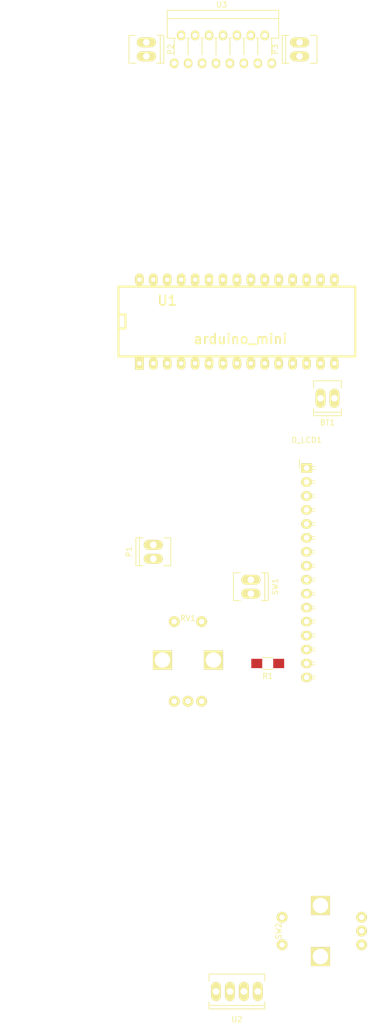
<source format=kicad_pcb>
(kicad_pcb (version 4) (host pcbnew 4.0.2-stable)

  (general
    (links 46)
    (no_connects 46)
    (area 158.370001 -27.033 226.060001 159.725)
    (thickness 1.6)
    (drawings 3)
    (tracks 0)
    (zones 0)
    (modules 12)
    (nets 40)
  )

  (page A4)
  (layers
    (0 F.Cu signal)
    (31 B.Cu signal)
    (32 B.Adhes user)
    (33 F.Adhes user)
    (34 B.Paste user)
    (35 F.Paste user)
    (36 B.SilkS user)
    (37 F.SilkS user)
    (38 B.Mask user)
    (39 F.Mask user)
    (40 Dwgs.User user)
    (41 Cmts.User user)
    (42 Eco1.User user)
    (43 Eco2.User user)
    (44 Edge.Cuts user)
    (45 Margin user)
    (46 B.CrtYd user)
    (47 F.CrtYd user)
    (48 B.Fab user)
    (49 F.Fab user)
  )

  (setup
    (last_trace_width 0.25)
    (trace_clearance 0.2)
    (zone_clearance 0.508)
    (zone_45_only no)
    (trace_min 0.2)
    (segment_width 0.2)
    (edge_width 0.15)
    (via_size 0.6)
    (via_drill 0.4)
    (via_min_size 0.4)
    (via_min_drill 0.3)
    (uvia_size 0.3)
    (uvia_drill 0.1)
    (uvias_allowed no)
    (uvia_min_size 0.2)
    (uvia_min_drill 0.1)
    (pcb_text_width 0.3)
    (pcb_text_size 1.5 1.5)
    (mod_edge_width 0.15)
    (mod_text_size 1 1)
    (mod_text_width 0.15)
    (pad_size 1.524 1.524)
    (pad_drill 0.762)
    (pad_to_mask_clearance 0.2)
    (aux_axis_origin 0 0)
    (visible_elements FFFFEF7F)
    (pcbplotparams
      (layerselection 0x00030_80000001)
      (usegerberextensions false)
      (excludeedgelayer true)
      (linewidth 0.100000)
      (plotframeref false)
      (viasonmask false)
      (mode 1)
      (useauxorigin false)
      (hpglpennumber 1)
      (hpglpenspeed 20)
      (hpglpendiameter 15)
      (hpglpenoverlay 2)
      (psnegative false)
      (psa4output false)
      (plotreference true)
      (plotvalue true)
      (plotinvisibletext false)
      (padsonsilk false)
      (subtractmaskfromsilk false)
      (outputformat 1)
      (mirror false)
      (drillshape 1)
      (scaleselection 1)
      (outputdirectory ""))
  )

  (net 0 "")
  (net 1 +BATT)
  (net 2 GND)
  (net 3 +5V)
  (net 4 "Net-(D_LCD1-Pad3)")
  (net 5 lcd_rs)
  (net 6 lcd_enable)
  (net 7 "Net-(D_LCD1-Pad7)")
  (net 8 "Net-(D_LCD1-Pad8)")
  (net 9 "Net-(D_LCD1-Pad9)")
  (net 10 "Net-(D_LCD1-Pad10)")
  (net 11 lcd_4)
  (net 12 lcd_5)
  (net 13 lcd_6)
  (net 14 lcd_7)
  (net 15 "Net-(D_LCD1-Pad15)")
  (net 16 piezo1)
  (net 17 piezo2)
  (net 18 "Net-(P2-Pad1)")
  (net 19 "Net-(P2-Pad2)")
  (net 20 "Net-(P3-Pad1)")
  (net 21 "Net-(P3-Pad2)")
  (net 22 lcd_led)
  (net 23 "Net-(SW1-Pad2)")
  (net 24 rot_sw)
  (net 25 rot_a)
  (net 26 rot_b)
  (net 27 ultra_trig)
  (net 28 "Net-(U1-Pad2)")
  (net 29 "Net-(U1-Pad3)")
  (net 30 "Net-(U1-Pad13)")
  (net 31 "Net-(U1-Pad16)")
  (net 32 "Net-(U1-Pad18)")
  (net 33 in4)
  (net 34 in3)
  (net 35 in2)
  (net 36 in1)
  (net 37 enb)
  (net 38 ena)
  (net 39 ultra_echo)

  (net_class Default "This is the default net class."
    (clearance 0.2)
    (trace_width 0.25)
    (via_dia 0.6)
    (via_drill 0.4)
    (uvia_dia 0.3)
    (uvia_drill 0.1)
    (add_net +5V)
    (add_net +BATT)
    (add_net GND)
    (add_net "Net-(D_LCD1-Pad10)")
    (add_net "Net-(D_LCD1-Pad15)")
    (add_net "Net-(D_LCD1-Pad3)")
    (add_net "Net-(D_LCD1-Pad7)")
    (add_net "Net-(D_LCD1-Pad8)")
    (add_net "Net-(D_LCD1-Pad9)")
    (add_net "Net-(P2-Pad1)")
    (add_net "Net-(P2-Pad2)")
    (add_net "Net-(P3-Pad1)")
    (add_net "Net-(P3-Pad2)")
    (add_net "Net-(SW1-Pad2)")
    (add_net "Net-(U1-Pad13)")
    (add_net "Net-(U1-Pad16)")
    (add_net "Net-(U1-Pad18)")
    (add_net "Net-(U1-Pad2)")
    (add_net "Net-(U1-Pad3)")
    (add_net ena)
    (add_net enb)
    (add_net in1)
    (add_net in2)
    (add_net in3)
    (add_net in4)
    (add_net lcd_4)
    (add_net lcd_5)
    (add_net lcd_6)
    (add_net lcd_7)
    (add_net lcd_enable)
    (add_net lcd_led)
    (add_net lcd_rs)
    (add_net piezo1)
    (add_net piezo2)
    (add_net rot_a)
    (add_net rot_b)
    (add_net rot_sw)
    (add_net ultra_echo)
    (add_net ultra_trig)
  )

  (module Pin_Headers:Pin_Header_Angled_1x16 (layer F.Cu) (tedit 0) (tstamp 57275986)
    (at 214.63 58.42)
    (descr "Through hole pin header")
    (tags "pin header")
    (path /57273D75)
    (fp_text reference D_LCD1 (at 0 -5.1) (layer F.SilkS)
      (effects (font (size 1 1) (thickness 0.15)))
    )
    (fp_text value DISPLAY_HD44780 (at 0 -3.1) (layer F.Fab)
      (effects (font (size 1 1) (thickness 0.15)))
    )
    (fp_line (start -1.5 -1.75) (end -1.5 39.85) (layer F.CrtYd) (width 0.05))
    (fp_line (start -1.3 -1.55) (end -1.3 0) (layer F.SilkS) (width 0.15))
    (fp_line (start 1.524 17.526) (end 1.143 17.526) (layer F.SilkS) (width 0.15))
    (fp_line (start 1.524 18.034) (end 1.143 18.034) (layer F.SilkS) (width 0.15))
    (fp_line (start 1.524 20.066) (end 1.143 20.066) (layer F.SilkS) (width 0.15))
    (fp_line (start 1.524 20.574) (end 1.143 20.574) (layer F.SilkS) (width 0.15))
    (fp_line (start 1.524 22.606) (end 1.143 22.606) (layer F.SilkS) (width 0.15))
    (fp_line (start 1.524 23.114) (end 1.143 23.114) (layer F.SilkS) (width 0.15))
    (fp_line (start 1.524 25.146) (end 1.143 25.146) (layer F.SilkS) (width 0.15))
    (fp_line (start 1.524 25.654) (end 1.143 25.654) (layer F.SilkS) (width 0.15))
    (fp_line (start 1.524 35.814) (end 1.143 35.814) (layer F.SilkS) (width 0.15))
    (fp_line (start 1.524 35.306) (end 1.143 35.306) (layer F.SilkS) (width 0.15))
    (fp_line (start 1.524 33.274) (end 1.143 33.274) (layer F.SilkS) (width 0.15))
    (fp_line (start 1.524 32.766) (end 1.143 32.766) (layer F.SilkS) (width 0.15))
    (fp_line (start 1.524 30.734) (end 1.143 30.734) (layer F.SilkS) (width 0.15))
    (fp_line (start 1.524 30.226) (end 1.143 30.226) (layer F.SilkS) (width 0.15))
    (fp_line (start 1.524 28.194) (end 1.143 28.194) (layer F.SilkS) (width 0.15))
    (fp_line (start 1.524 27.686) (end 1.143 27.686) (layer F.SilkS) (width 0.15))
    (fp_line (start 1.524 38.354) (end 1.143 38.354) (layer F.SilkS) (width 0.15))
    (fp_line (start 1.524 37.846) (end 1.143 37.846) (layer F.SilkS) (width 0.15))
    (fp_line (start 1.524 -0.254) (end 1.143 -0.254) (layer F.SilkS) (width 0.15))
    (fp_line (start 1.524 0.254) (end 1.143 0.254) (layer F.SilkS) (width 0.15))
    (fp_line (start 1.524 2.286) (end 1.143 2.286) (layer F.SilkS) (width 0.15))
    (fp_line (start 1.524 2.794) (end 1.143 2.794) (layer F.SilkS) (width 0.15))
    (fp_line (start 1.524 4.826) (end 1.143 4.826) (layer F.SilkS) (width 0.15))
    (fp_line (start 1.524 5.334) (end 1.143 5.334) (layer F.SilkS) (width 0.15))
    (fp_line (start 1.524 15.494) (end 1.143 15.494) (layer F.SilkS) (width 0.15))
    (fp_line (start 1.524 14.986) (end 1.143 14.986) (layer F.SilkS) (width 0.15))
    (fp_line (start 1.524 12.954) (end 1.143 12.954) (layer F.SilkS) (width 0.15))
    (fp_line (start 1.524 12.446) (end 1.143 12.446) (layer F.SilkS) (width 0.15))
    (fp_line (start 1.524 10.414) (end 1.143 10.414) (layer F.SilkS) (width 0.15))
    (fp_line (start 1.524 9.906) (end 1.143 9.906) (layer F.SilkS) (width 0.15))
    (fp_line (start 1.524 7.874) (end 1.143 7.874) (layer F.SilkS) (width 0.15))
    (fp_line (start 1.524 7.366) (end 1.143 7.366) (layer F.SilkS) (width 0.15))
    (pad 1 thru_hole rect (at 0 0) (size 2.032 1.7272) (drill 1.016) (layers *.Cu *.Mask F.SilkS)
      (net 2 GND))
    (pad 2 thru_hole oval (at 0 2.54) (size 2.032 1.7272) (drill 1.016) (layers *.Cu *.Mask F.SilkS)
      (net 3 +5V))
    (pad 3 thru_hole oval (at 0 5.08) (size 2.032 1.7272) (drill 1.016) (layers *.Cu *.Mask F.SilkS)
      (net 4 "Net-(D_LCD1-Pad3)"))
    (pad 4 thru_hole oval (at 0 7.62) (size 2.032 1.7272) (drill 1.016) (layers *.Cu *.Mask F.SilkS)
      (net 5 lcd_rs))
    (pad 5 thru_hole oval (at 0 10.16) (size 2.032 1.7272) (drill 1.016) (layers *.Cu *.Mask F.SilkS)
      (net 2 GND))
    (pad 6 thru_hole oval (at 0 12.7) (size 2.032 1.7272) (drill 1.016) (layers *.Cu *.Mask F.SilkS)
      (net 6 lcd_enable))
    (pad 7 thru_hole oval (at 0 15.24) (size 2.032 1.7272) (drill 1.016) (layers *.Cu *.Mask F.SilkS)
      (net 7 "Net-(D_LCD1-Pad7)"))
    (pad 8 thru_hole oval (at 0 17.78) (size 2.032 1.7272) (drill 1.016) (layers *.Cu *.Mask F.SilkS)
      (net 8 "Net-(D_LCD1-Pad8)"))
    (pad 9 thru_hole oval (at 0 20.32) (size 2.032 1.7272) (drill 1.016) (layers *.Cu *.Mask F.SilkS)
      (net 9 "Net-(D_LCD1-Pad9)"))
    (pad 10 thru_hole oval (at 0 22.86) (size 2.032 1.7272) (drill 1.016) (layers *.Cu *.Mask F.SilkS)
      (net 10 "Net-(D_LCD1-Pad10)"))
    (pad 11 thru_hole oval (at 0 25.4) (size 2.032 1.7272) (drill 1.016) (layers *.Cu *.Mask F.SilkS)
      (net 11 lcd_4))
    (pad 12 thru_hole oval (at 0 27.94) (size 2.032 1.7272) (drill 1.016) (layers *.Cu *.Mask F.SilkS)
      (net 12 lcd_5))
    (pad 13 thru_hole oval (at 0 30.48) (size 2.032 1.7272) (drill 1.016) (layers *.Cu *.Mask F.SilkS)
      (net 13 lcd_6))
    (pad 14 thru_hole oval (at 0 33.02) (size 2.032 1.7272) (drill 1.016) (layers *.Cu *.Mask F.SilkS)
      (net 14 lcd_7))
    (pad 15 thru_hole oval (at 0 35.56) (size 2.032 1.7272) (drill 1.016) (layers *.Cu *.Mask F.SilkS)
      (net 15 "Net-(D_LCD1-Pad15)"))
    (pad 16 thru_hole oval (at 0 38.1) (size 2.032 1.7272) (drill 1.016) (layers *.Cu *.Mask F.SilkS)
      (net 2 GND))
    (model Pin_Headers.3dshapes/Pin_Header_Angled_1x16.wrl
      (at (xyz 0 -0.75 0))
      (scale (xyz 1 1 1))
      (rotate (xyz 0 0 90))
    )
  )

  (module Sockets_MOLEX_KK-System:Socket_MOLEX-KK-RM2-54mm_Lock_2pin_straight (layer F.Cu) (tedit 0) (tstamp 57275972)
    (at 218.44 45.72 180)
    (descr "Socket, MOLEX, KK, RM 2.54mm, Lock, 2pin, straight,")
    (tags "Socket, MOLEX, KK, RM 2.54mm, Lock, 2pin, straight,")
    (path /57275D04)
    (fp_text reference BT1 (at 0 -4.445 180) (layer F.SilkS)
      (effects (font (size 1 1) (thickness 0.15)))
    )
    (fp_text value Battery (at -0.635 5.08 180) (layer F.Fab)
      (effects (font (size 1 1) (thickness 0.15)))
    )
    (fp_line (start -2.54 -2.54) (end 2.54 -2.54) (layer F.SilkS) (width 0.15))
    (fp_line (start 2.54 3.175) (end 2.54 1.905) (layer F.SilkS) (width 0.15))
    (fp_line (start 2.54 -2.54) (end 2.54 -1.905) (layer F.SilkS) (width 0.15))
    (fp_line (start -2.54 2.54) (end -2.54 1.905) (layer F.SilkS) (width 0.15))
    (fp_line (start -2.54 -2.54) (end -2.54 -1.905) (layer F.SilkS) (width 0.15))
    (fp_line (start -2.54 -2.54) (end -2.54 -3.175) (layer F.SilkS) (width 0.15))
    (fp_line (start -2.54 -3.175) (end 2.54 -3.175) (layer F.SilkS) (width 0.15))
    (fp_line (start 2.54 -3.175) (end 2.54 -2.54) (layer F.SilkS) (width 0.15))
    (fp_line (start 2.54 3.175) (end -2.54 3.175) (layer F.SilkS) (width 0.15))
    (fp_line (start -2.54 3.175) (end -2.54 2.54) (layer F.SilkS) (width 0.15))
    (pad 1 thru_hole oval (at -1.27 0 180) (size 1.80086 3.50012) (drill 1.19888) (layers *.Cu *.Mask F.SilkS)
      (net 1 +BATT))
    (pad 2 thru_hole oval (at 1.27 0 180) (size 1.80086 3.50012) (drill 1.19888) (layers *.Cu *.Mask F.SilkS)
      (net 2 GND))
  )

  (module Sockets_MOLEX_KK-System:Socket_MOLEX-KK-RM2-54mm_Lock_2pin_straight (layer F.Cu) (tedit 0) (tstamp 5727598C)
    (at 186.69 73.66 90)
    (descr "Socket, MOLEX, KK, RM 2.54mm, Lock, 2pin, straight,")
    (tags "Socket, MOLEX, KK, RM 2.54mm, Lock, 2pin, straight,")
    (path /57274960)
    (fp_text reference P1 (at 0 -4.445 90) (layer F.SilkS)
      (effects (font (size 1 1) (thickness 0.15)))
    )
    (fp_text value Piezo (at -0.635 5.08 90) (layer F.Fab)
      (effects (font (size 1 1) (thickness 0.15)))
    )
    (fp_line (start -2.54 -2.54) (end 2.54 -2.54) (layer F.SilkS) (width 0.15))
    (fp_line (start 2.54 3.175) (end 2.54 1.905) (layer F.SilkS) (width 0.15))
    (fp_line (start 2.54 -2.54) (end 2.54 -1.905) (layer F.SilkS) (width 0.15))
    (fp_line (start -2.54 2.54) (end -2.54 1.905) (layer F.SilkS) (width 0.15))
    (fp_line (start -2.54 -2.54) (end -2.54 -1.905) (layer F.SilkS) (width 0.15))
    (fp_line (start -2.54 -2.54) (end -2.54 -3.175) (layer F.SilkS) (width 0.15))
    (fp_line (start -2.54 -3.175) (end 2.54 -3.175) (layer F.SilkS) (width 0.15))
    (fp_line (start 2.54 -3.175) (end 2.54 -2.54) (layer F.SilkS) (width 0.15))
    (fp_line (start 2.54 3.175) (end -2.54 3.175) (layer F.SilkS) (width 0.15))
    (fp_line (start -2.54 3.175) (end -2.54 2.54) (layer F.SilkS) (width 0.15))
    (pad 1 thru_hole oval (at -1.27 0 90) (size 1.80086 3.50012) (drill 1.19888) (layers *.Cu *.Mask F.SilkS)
      (net 16 piezo1))
    (pad 2 thru_hole oval (at 1.27 0 90) (size 1.80086 3.50012) (drill 1.19888) (layers *.Cu *.Mask F.SilkS)
      (net 17 piezo2))
  )

  (module Sockets_MOLEX_KK-System:Socket_MOLEX-KK-RM2-54mm_Lock_2pin_straight (layer F.Cu) (tedit 0) (tstamp 57275992)
    (at 185.42 -17.78 270)
    (descr "Socket, MOLEX, KK, RM 2.54mm, Lock, 2pin, straight,")
    (tags "Socket, MOLEX, KK, RM 2.54mm, Lock, 2pin, straight,")
    (path /5727544E)
    (fp_text reference P2 (at 0 -4.445 270) (layer F.SilkS)
      (effects (font (size 1 1) (thickness 0.15)))
    )
    (fp_text value Motor1 (at -0.635 5.08 270) (layer F.Fab)
      (effects (font (size 1 1) (thickness 0.15)))
    )
    (fp_line (start -2.54 -2.54) (end 2.54 -2.54) (layer F.SilkS) (width 0.15))
    (fp_line (start 2.54 3.175) (end 2.54 1.905) (layer F.SilkS) (width 0.15))
    (fp_line (start 2.54 -2.54) (end 2.54 -1.905) (layer F.SilkS) (width 0.15))
    (fp_line (start -2.54 2.54) (end -2.54 1.905) (layer F.SilkS) (width 0.15))
    (fp_line (start -2.54 -2.54) (end -2.54 -1.905) (layer F.SilkS) (width 0.15))
    (fp_line (start -2.54 -2.54) (end -2.54 -3.175) (layer F.SilkS) (width 0.15))
    (fp_line (start -2.54 -3.175) (end 2.54 -3.175) (layer F.SilkS) (width 0.15))
    (fp_line (start 2.54 -3.175) (end 2.54 -2.54) (layer F.SilkS) (width 0.15))
    (fp_line (start 2.54 3.175) (end -2.54 3.175) (layer F.SilkS) (width 0.15))
    (fp_line (start -2.54 3.175) (end -2.54 2.54) (layer F.SilkS) (width 0.15))
    (pad 1 thru_hole oval (at -1.27 0 270) (size 1.80086 3.50012) (drill 1.19888) (layers *.Cu *.Mask F.SilkS)
      (net 18 "Net-(P2-Pad1)"))
    (pad 2 thru_hole oval (at 1.27 0 270) (size 1.80086 3.50012) (drill 1.19888) (layers *.Cu *.Mask F.SilkS)
      (net 19 "Net-(P2-Pad2)"))
  )

  (module Sockets_MOLEX_KK-System:Socket_MOLEX-KK-RM2-54mm_Lock_2pin_straight (layer F.Cu) (tedit 0) (tstamp 57275998)
    (at 213.36 -17.78 90)
    (descr "Socket, MOLEX, KK, RM 2.54mm, Lock, 2pin, straight,")
    (tags "Socket, MOLEX, KK, RM 2.54mm, Lock, 2pin, straight,")
    (path /572754AD)
    (fp_text reference P3 (at 0 -4.445 90) (layer F.SilkS)
      (effects (font (size 1 1) (thickness 0.15)))
    )
    (fp_text value Motor2 (at -0.635 5.08 90) (layer F.Fab)
      (effects (font (size 1 1) (thickness 0.15)))
    )
    (fp_line (start -2.54 -2.54) (end 2.54 -2.54) (layer F.SilkS) (width 0.15))
    (fp_line (start 2.54 3.175) (end 2.54 1.905) (layer F.SilkS) (width 0.15))
    (fp_line (start 2.54 -2.54) (end 2.54 -1.905) (layer F.SilkS) (width 0.15))
    (fp_line (start -2.54 2.54) (end -2.54 1.905) (layer F.SilkS) (width 0.15))
    (fp_line (start -2.54 -2.54) (end -2.54 -1.905) (layer F.SilkS) (width 0.15))
    (fp_line (start -2.54 -2.54) (end -2.54 -3.175) (layer F.SilkS) (width 0.15))
    (fp_line (start -2.54 -3.175) (end 2.54 -3.175) (layer F.SilkS) (width 0.15))
    (fp_line (start 2.54 -3.175) (end 2.54 -2.54) (layer F.SilkS) (width 0.15))
    (fp_line (start 2.54 3.175) (end -2.54 3.175) (layer F.SilkS) (width 0.15))
    (fp_line (start -2.54 3.175) (end -2.54 2.54) (layer F.SilkS) (width 0.15))
    (pad 1 thru_hole oval (at -1.27 0 90) (size 1.80086 3.50012) (drill 1.19888) (layers *.Cu *.Mask F.SilkS)
      (net 20 "Net-(P3-Pad1)"))
    (pad 2 thru_hole oval (at 1.27 0 90) (size 1.80086 3.50012) (drill 1.19888) (layers *.Cu *.Mask F.SilkS)
      (net 21 "Net-(P3-Pad2)"))
  )

  (module Resistors_SMD:R_1206_HandSoldering (layer F.Cu) (tedit 5418A20D) (tstamp 5727599E)
    (at 207.55 93.98 180)
    (descr "Resistor SMD 1206, hand soldering")
    (tags "resistor 1206")
    (path /572740AC)
    (attr smd)
    (fp_text reference R1 (at 0 -2.3 180) (layer F.SilkS)
      (effects (font (size 1 1) (thickness 0.15)))
    )
    (fp_text value R (at 0 2.3 180) (layer F.Fab)
      (effects (font (size 1 1) (thickness 0.15)))
    )
    (fp_line (start -3.3 -1.2) (end 3.3 -1.2) (layer F.CrtYd) (width 0.05))
    (fp_line (start -3.3 1.2) (end 3.3 1.2) (layer F.CrtYd) (width 0.05))
    (fp_line (start -3.3 -1.2) (end -3.3 1.2) (layer F.CrtYd) (width 0.05))
    (fp_line (start 3.3 -1.2) (end 3.3 1.2) (layer F.CrtYd) (width 0.05))
    (fp_line (start 1 1.075) (end -1 1.075) (layer F.SilkS) (width 0.15))
    (fp_line (start -1 -1.075) (end 1 -1.075) (layer F.SilkS) (width 0.15))
    (pad 1 smd rect (at -2 0 180) (size 2 1.7) (layers F.Cu F.Paste F.Mask)
      (net 15 "Net-(D_LCD1-Pad15)"))
    (pad 2 smd rect (at 2 0 180) (size 2 1.7) (layers F.Cu F.Paste F.Mask)
      (net 22 lcd_led))
    (model Resistors_SMD.3dshapes/R_1206_HandSoldering.wrl
      (at (xyz 0 0 0))
      (scale (xyz 1 1 1))
      (rotate (xyz 0 0 0))
    )
  )

  (module rotary_encoder_en11_hsb:rotary_encoder_EN11_HSB (layer F.Cu) (tedit 572757D9) (tstamp 572759A9)
    (at 193 93.36)
    (path /57274367)
    (fp_text reference RV1 (at 0 -7.62) (layer F.SilkS)
      (effects (font (size 1 1) (thickness 0.15)))
    )
    (fp_text value POT (at 0 -8.89) (layer F.Fab)
      (effects (font (size 1 1) (thickness 0.15)))
    )
    (pad 1 thru_hole circle (at -2.5 -7) (size 2 2) (drill 1) (layers *.Cu *.Mask F.SilkS)
      (net 3 +5V))
    (pad 2 thru_hole circle (at -2.5 7.5) (size 2 2) (drill 1) (layers *.Cu *.Mask F.SilkS)
      (net 4 "Net-(D_LCD1-Pad3)"))
    (pad 3 thru_hole circle (at 0 7.5) (size 2 2) (drill 1) (layers *.Cu *.Mask F.SilkS)
      (net 2 GND))
    (pad 4 thru_hole circle (at 2.5 7.5) (size 2 2) (drill 1) (layers *.Cu *.Mask F.SilkS))
    (pad 5 thru_hole circle (at 2.5 -7) (size 2 2) (drill 1) (layers *.Cu *.Mask F.SilkS))
    (pad "" thru_hole rect (at -4.65 0) (size 3.5 3.5) (drill 2.8) (layers *.Cu *.Mask F.SilkS))
    (pad "" thru_hole rect (at 4.65 0) (size 3.5 3.5) (drill 2.8) (layers *.Cu *.Mask F.SilkS))
  )

  (module Sockets_MOLEX_KK-System:Socket_MOLEX-KK-RM2-54mm_Lock_2pin_straight (layer F.Cu) (tedit 0) (tstamp 572759AF)
    (at 204.47 80.01 270)
    (descr "Socket, MOLEX, KK, RM 2.54mm, Lock, 2pin, straight,")
    (tags "Socket, MOLEX, KK, RM 2.54mm, Lock, 2pin, straight,")
    (path /572751DD)
    (fp_text reference SW1 (at 0 -4.445 270) (layer F.SilkS)
      (effects (font (size 1 1) (thickness 0.15)))
    )
    (fp_text value SW_PUSH (at -0.635 5.08 270) (layer F.Fab)
      (effects (font (size 1 1) (thickness 0.15)))
    )
    (fp_line (start -2.54 -2.54) (end 2.54 -2.54) (layer F.SilkS) (width 0.15))
    (fp_line (start 2.54 3.175) (end 2.54 1.905) (layer F.SilkS) (width 0.15))
    (fp_line (start 2.54 -2.54) (end 2.54 -1.905) (layer F.SilkS) (width 0.15))
    (fp_line (start -2.54 2.54) (end -2.54 1.905) (layer F.SilkS) (width 0.15))
    (fp_line (start -2.54 -2.54) (end -2.54 -1.905) (layer F.SilkS) (width 0.15))
    (fp_line (start -2.54 -2.54) (end -2.54 -3.175) (layer F.SilkS) (width 0.15))
    (fp_line (start -2.54 -3.175) (end 2.54 -3.175) (layer F.SilkS) (width 0.15))
    (fp_line (start 2.54 -3.175) (end 2.54 -2.54) (layer F.SilkS) (width 0.15))
    (fp_line (start 2.54 3.175) (end -2.54 3.175) (layer F.SilkS) (width 0.15))
    (fp_line (start -2.54 3.175) (end -2.54 2.54) (layer F.SilkS) (width 0.15))
    (pad 1 thru_hole oval (at -1.27 0 270) (size 1.80086 3.50012) (drill 1.19888) (layers *.Cu *.Mask F.SilkS)
      (net 2 GND))
    (pad 2 thru_hole oval (at 1.27 0 270) (size 1.80086 3.50012) (drill 1.19888) (layers *.Cu *.Mask F.SilkS)
      (net 23 "Net-(SW1-Pad2)"))
  )

  (module rotary_encoder_en11_hsb:rotary_encoder_EN11_HSB (layer F.Cu) (tedit 572757D9) (tstamp 572759BA)
    (at 217.17 142.67 90)
    (path /5718BF7F)
    (fp_text reference SW2 (at 0 -7.62 90) (layer F.SilkS)
      (effects (font (size 1 1) (thickness 0.15)))
    )
    (fp_text value rotary_enc (at 0 -8.89 90) (layer F.Fab)
      (effects (font (size 1 1) (thickness 0.15)))
    )
    (pad 1 thru_hole circle (at -2.5 -7 90) (size 2 2) (drill 1) (layers *.Cu *.Mask F.SilkS)
      (net 24 rot_sw))
    (pad 2 thru_hole circle (at -2.5 7.5 90) (size 2 2) (drill 1) (layers *.Cu *.Mask F.SilkS)
      (net 25 rot_a))
    (pad 3 thru_hole circle (at 0 7.5 90) (size 2 2) (drill 1) (layers *.Cu *.Mask F.SilkS)
      (net 2 GND))
    (pad 4 thru_hole circle (at 2.5 7.5 90) (size 2 2) (drill 1) (layers *.Cu *.Mask F.SilkS)
      (net 26 rot_b))
    (pad 5 thru_hole circle (at 2.5 -7 90) (size 2 2) (drill 1) (layers *.Cu *.Mask F.SilkS)
      (net 2 GND))
    (pad "" thru_hole rect (at -4.65 0 90) (size 3.5 3.5) (drill 2.8) (layers *.Cu *.Mask F.SilkS))
    (pad "" thru_hole rect (at 4.65 0 90) (size 3.5 3.5) (drill 2.8) (layers *.Cu *.Mask F.SilkS))
  )

  (module arduino:arduino_mini (layer F.Cu) (tedit 507C2E55) (tstamp 572759DC)
    (at 203.2 31.75)
    (descr "30 pins DIL package, elliptical pads, width 600mil (arduino mini)")
    (tags "DIL arduino mini")
    (path /5718BA6E)
    (fp_text reference U1 (at -13.97 -3.81) (layer F.SilkS)
      (effects (font (size 1.778 1.778) (thickness 0.3048)))
    )
    (fp_text value arduino_mini (at -0.635 3.175) (layer F.SilkS)
      (effects (font (size 1.778 1.778) (thickness 0.3048)))
    )
    (fp_line (start -22.86 -6.35) (end 20.32 -6.35) (layer F.SilkS) (width 0.381))
    (fp_line (start 20.32 -6.35) (end 20.32 6.35) (layer F.SilkS) (width 0.381))
    (fp_line (start 20.32 6.35) (end -22.86 6.35) (layer F.SilkS) (width 0.381))
    (fp_line (start -22.86 6.35) (end -22.86 -6.35) (layer F.SilkS) (width 0.381))
    (fp_line (start -22.86 1.27) (end -21.59 1.27) (layer F.SilkS) (width 0.381))
    (fp_line (start -21.59 1.27) (end -21.59 -1.27) (layer F.SilkS) (width 0.381))
    (fp_line (start -21.59 -1.27) (end -22.86 -1.27) (layer F.SilkS) (width 0.381))
    (pad 1 thru_hole rect (at -19.05 7.62) (size 1.5748 2.286) (drill 0.8128) (layers *.Cu *.Mask F.SilkS)
      (net 27 ultra_trig))
    (pad 2 thru_hole oval (at -16.51 7.62) (size 1.5748 2.286) (drill 0.8128) (layers *.Cu *.Mask F.SilkS)
      (net 28 "Net-(U1-Pad2)"))
    (pad 3 thru_hole oval (at -13.97 7.62) (size 1.5748 2.286) (drill 0.8128) (layers *.Cu *.Mask F.SilkS)
      (net 29 "Net-(U1-Pad3)"))
    (pad 4 thru_hole oval (at -11.43 7.62) (size 1.5748 2.286) (drill 0.8128) (layers *.Cu *.Mask F.SilkS)
      (net 11 lcd_4))
    (pad 5 thru_hole oval (at -8.89 7.62) (size 1.5748 2.286) (drill 0.8128) (layers *.Cu *.Mask F.SilkS)
      (net 12 lcd_5))
    (pad 6 thru_hole oval (at -6.35 7.62) (size 1.5748 2.286) (drill 0.8128) (layers *.Cu *.Mask F.SilkS)
      (net 13 lcd_6))
    (pad 7 thru_hole oval (at -3.81 7.62) (size 1.5748 2.286) (drill 0.8128) (layers *.Cu *.Mask F.SilkS)
      (net 14 lcd_7))
    (pad 8 thru_hole oval (at -1.27 7.62) (size 1.5748 2.286) (drill 0.8128) (layers *.Cu *.Mask F.SilkS)
      (net 6 lcd_enable))
    (pad 9 thru_hole oval (at 1.27 7.62) (size 1.5748 2.286) (drill 0.8128) (layers *.Cu *.Mask F.SilkS)
      (net 5 lcd_rs))
    (pad 10 thru_hole oval (at 3.81 7.62) (size 1.5748 2.286) (drill 0.8128) (layers *.Cu *.Mask F.SilkS)
      (net 22 lcd_led))
    (pad 11 thru_hole oval (at 6.35 7.62) (size 1.5748 2.286) (drill 0.8128) (layers *.Cu *.Mask F.SilkS)
      (net 23 "Net-(SW1-Pad2)"))
    (pad 12 thru_hole oval (at 8.89 7.62) (size 1.5748 2.286) (drill 0.8128) (layers *.Cu *.Mask F.SilkS)
      (net 3 +5V))
    (pad 13 thru_hole oval (at 11.43 7.62) (size 1.5748 2.286) (drill 0.8128) (layers *.Cu *.Mask F.SilkS)
      (net 30 "Net-(U1-Pad13)"))
    (pad 14 thru_hole oval (at 13.97 7.62) (size 1.5748 2.286) (drill 0.8128) (layers *.Cu *.Mask F.SilkS)
      (net 2 GND))
    (pad 15 thru_hole oval (at 16.51 7.62) (size 1.5748 2.286) (drill 0.8128) (layers *.Cu *.Mask F.SilkS)
      (net 1 +BATT))
    (pad 16 thru_hole oval (at 16.51 -7.62) (size 1.5748 2.286) (drill 0.8128) (layers *.Cu *.Mask F.SilkS)
      (net 31 "Net-(U1-Pad16)"))
    (pad 17 thru_hole oval (at 13.97 -7.62) (size 1.5748 2.286) (drill 0.8128) (layers *.Cu *.Mask F.SilkS)
      (net 24 rot_sw))
    (pad 18 thru_hole oval (at 11.43 -7.62) (size 1.5748 2.286) (drill 0.8128) (layers *.Cu *.Mask F.SilkS)
      (net 32 "Net-(U1-Pad18)"))
    (pad 19 thru_hole oval (at 8.89 -7.62) (size 1.5748 2.286) (drill 0.8128) (layers *.Cu *.Mask F.SilkS)
      (net 2 GND))
    (pad 20 thru_hole oval (at 6.35 -7.62) (size 1.5748 2.286) (drill 0.8128) (layers *.Cu *.Mask F.SilkS)
      (net 26 rot_b))
    (pad 21 thru_hole oval (at 3.81 -7.62) (size 1.5748 2.286) (drill 0.8128) (layers *.Cu *.Mask F.SilkS)
      (net 25 rot_a))
    (pad 22 thru_hole oval (at 1.27 -7.62) (size 1.5748 2.286) (drill 0.8128) (layers *.Cu *.Mask F.SilkS)
      (net 17 piezo2))
    (pad 23 thru_hole oval (at -1.27 -7.62) (size 1.5748 2.286) (drill 0.8128) (layers *.Cu *.Mask F.SilkS)
      (net 16 piezo1))
    (pad 24 thru_hole oval (at -3.81 -7.62) (size 1.5748 2.286) (drill 0.8128) (layers *.Cu *.Mask F.SilkS)
      (net 33 in4))
    (pad 25 thru_hole oval (at -6.35 -7.62) (size 1.5748 2.286) (drill 0.8128) (layers *.Cu *.Mask F.SilkS)
      (net 34 in3))
    (pad 26 thru_hole oval (at -8.89 -7.62) (size 1.5748 2.286) (drill 0.8128) (layers *.Cu *.Mask F.SilkS)
      (net 35 in2))
    (pad 27 thru_hole oval (at -11.43 -7.62) (size 1.5748 2.286) (drill 0.8128) (layers *.Cu *.Mask F.SilkS)
      (net 36 in1))
    (pad 28 thru_hole oval (at -13.97 -7.62) (size 1.5748 2.286) (drill 0.8128) (layers *.Cu *.Mask F.SilkS)
      (net 37 enb))
    (pad 29 thru_hole oval (at -16.51 -7.62) (size 1.5748 2.286) (drill 0.8128) (layers *.Cu *.Mask F.SilkS)
      (net 38 ena))
    (pad 30 thru_hole oval (at -19.05 -7.62) (size 1.5748 2.286) (drill 0.8128) (layers *.Cu *.Mask F.SilkS)
      (net 39 ultra_echo))
  )

  (module Sockets_MOLEX_KK-System:Socket_MOLEX-KK-RM2-54mm_Lock_4pin_straight (layer F.Cu) (tedit 0) (tstamp 572759E4)
    (at 201.93 153.67 180)
    (descr "Socket, MOLEX, KK, RM 2.54mm, Lock, 4pin, straight,")
    (tags "Socket, MOLEX, KK, RM 2.54mm, Lock, 4pin, straight,")
    (path /5718C454)
    (fp_text reference U2 (at 0 -5.08 180) (layer F.SilkS)
      (effects (font (size 1 1) (thickness 0.15)))
    )
    (fp_text value Ultra-hc-sr04 (at 0 5.08 180) (layer F.Fab)
      (effects (font (size 1 1) (thickness 0.15)))
    )
    (fp_line (start 5.08 -2.54) (end -5.08 -2.54) (layer F.SilkS) (width 0.15))
    (fp_line (start 5.08 1.905) (end 5.08 3.175) (layer F.SilkS) (width 0.15))
    (fp_line (start -5.08 -1.905) (end -5.08 -3.175) (layer F.SilkS) (width 0.15))
    (fp_line (start -5.08 -3.175) (end 5.08 -3.175) (layer F.SilkS) (width 0.15))
    (fp_line (start 5.08 -3.175) (end 5.08 -1.905) (layer F.SilkS) (width 0.15))
    (fp_line (start 5.08 3.175) (end -5.08 3.175) (layer F.SilkS) (width 0.15))
    (fp_line (start -5.08 3.175) (end -5.08 1.905) (layer F.SilkS) (width 0.15))
    (pad 1 thru_hole oval (at -3.81 0 180) (size 1.80086 3.50012) (drill 1.19888) (layers *.Cu *.Mask F.SilkS)
      (net 2 GND))
    (pad 2 thru_hole oval (at -1.27 0 180) (size 1.80086 3.50012) (drill 1.19888) (layers *.Cu *.Mask F.SilkS)
      (net 39 ultra_echo))
    (pad 3 thru_hole oval (at 1.27 0 180) (size 1.80086 3.50012) (drill 1.19888) (layers *.Cu *.Mask F.SilkS)
      (net 27 ultra_trig))
    (pad 4 thru_hole oval (at 3.81 0 180) (size 1.80086 3.50012) (drill 1.19888) (layers *.Cu *.Mask F.SilkS)
      (net 3 +5V))
  )

  (module TO_SOT_Packages_THT:Multiwatt_15_Vertical (layer F.Cu) (tedit 54C4A846) (tstamp 572759F7)
    (at 190.5 -15.24)
    (descr http://www.icbuy.com/education/package/mode_name/upload/education/package/061106/1737460368586001162805866.pdf)
    (path /572736FA)
    (fp_text reference U3 (at 8.636 -10.668) (layer F.SilkS)
      (effects (font (size 1 1) (thickness 0.15)))
    )
    (fp_text value l298n (at 21.844 -3.048) (layer F.Fab)
      (effects (font (size 1 1) (thickness 0.15)))
    )
    (fp_line (start 19.4 1.15) (end -1.6 1.15) (layer F.CrtYd) (width 0.05))
    (fp_line (start -1.6 1.15) (end -1.6 -10) (layer F.CrtYd) (width 0.05))
    (fp_line (start -1.6 -10) (end 19.4 -10) (layer F.CrtYd) (width 0.05))
    (fp_line (start 19.4 -10) (end 19.4 1.15) (layer F.CrtYd) (width 0.05))
    (fp_line (start 17.78 -1.524) (end 17.78 -4.572) (layer F.SilkS) (width 0.15))
    (fp_line (start 15.24 -1.524) (end 15.24 -4.572) (layer F.SilkS) (width 0.15))
    (fp_line (start 12.7 -1.524) (end 12.7 -4.572) (layer F.SilkS) (width 0.15))
    (fp_line (start 10.16 -1.524) (end 10.16 -4.572) (layer F.SilkS) (width 0.15))
    (fp_line (start 7.62 -1.524) (end 7.62 -4.572) (layer F.SilkS) (width 0.15))
    (fp_line (start 5.08 -1.524) (end 5.08 -4.572) (layer F.SilkS) (width 0.15))
    (fp_line (start 2.54 -1.524) (end 2.54 -4.572) (layer F.SilkS) (width 0.15))
    (fp_line (start 0 -1.524) (end 0 -4.572) (layer F.SilkS) (width 0.15))
    (fp_line (start 19.05 -8.128) (end -1.27 -8.128) (layer F.SilkS) (width 0.15))
    (fp_line (start -1.27 -9.652) (end -1.27 -4.572) (layer F.SilkS) (width 0.15))
    (fp_line (start -1.27 -4.572) (end 0.254 -4.572) (layer F.SilkS) (width 0.15))
    (fp_line (start 2.794 -4.572) (end 2.286 -4.572) (layer F.SilkS) (width 0.15))
    (fp_line (start 5.334 -4.572) (end 4.826 -4.572) (layer F.SilkS) (width 0.15))
    (fp_line (start 7.874 -4.572) (end 7.366 -4.572) (layer F.SilkS) (width 0.15))
    (fp_line (start 10.414 -4.572) (end 9.906 -4.572) (layer F.SilkS) (width 0.15))
    (fp_line (start 12.954 -4.572) (end 12.446 -4.572) (layer F.SilkS) (width 0.15))
    (fp_line (start 15.494 -4.572) (end 14.986 -4.572) (layer F.SilkS) (width 0.15))
    (fp_line (start -1.27 -9.652) (end 19.05 -9.652) (layer F.SilkS) (width 0.15))
    (fp_line (start 19.05 -9.652) (end 19.05 -4.572) (layer F.SilkS) (width 0.15))
    (fp_line (start 19.05 -4.572) (end 17.526 -4.572) (layer F.SilkS) (width 0.15))
    (pad 1 thru_hole oval (at 0 0) (size 1.524 1.824) (drill 0.95) (layers *.Cu *.Mask F.SilkS)
      (net 2 GND))
    (pad 2 thru_hole oval (at 1.27 -5.08) (size 1.524 1.824) (drill 0.95) (layers *.Cu *.Mask F.SilkS)
      (net 18 "Net-(P2-Pad1)"))
    (pad 3 thru_hole oval (at 2.54 0) (size 1.524 1.824) (drill 0.95) (layers *.Cu *.Mask F.SilkS)
      (net 19 "Net-(P2-Pad2)"))
    (pad 4 thru_hole oval (at 3.81 -5.08) (size 1.524 1.824) (drill 0.95) (layers *.Cu *.Mask F.SilkS)
      (net 1 +BATT))
    (pad 5 thru_hole oval (at 5.08 0) (size 1.524 1.824) (drill 0.95) (layers *.Cu *.Mask F.SilkS)
      (net 36 in1))
    (pad 6 thru_hole oval (at 6.35 -5.08) (size 1.524 1.824) (drill 0.95) (layers *.Cu *.Mask F.SilkS)
      (net 38 ena))
    (pad 7 thru_hole oval (at 7.62 0) (size 1.524 1.824) (drill 0.95) (layers *.Cu *.Mask F.SilkS)
      (net 35 in2))
    (pad 8 thru_hole oval (at 8.89 -5.08) (size 1.524 1.824) (drill 0.95) (layers *.Cu *.Mask F.SilkS)
      (net 2 GND))
    (pad 9 thru_hole oval (at 10.16 0) (size 1.524 1.824) (drill 0.95) (layers *.Cu *.Mask F.SilkS)
      (net 3 +5V))
    (pad 10 thru_hole oval (at 11.43 -5.08) (size 1.524 1.824) (drill 0.95) (layers *.Cu *.Mask F.SilkS)
      (net 34 in3))
    (pad 11 thru_hole oval (at 12.7 0) (size 1.524 1.824) (drill 0.95) (layers *.Cu *.Mask F.SilkS)
      (net 37 enb))
    (pad 12 thru_hole oval (at 13.97 -5.08) (size 1.524 1.824) (drill 0.95) (layers *.Cu *.Mask F.SilkS)
      (net 33 in4))
    (pad 13 thru_hole oval (at 15.24 0) (size 1.524 1.824) (drill 0.95) (layers *.Cu *.Mask F.SilkS)
      (net 20 "Net-(P3-Pad1)"))
    (pad 14 thru_hole oval (at 16.51 -5.08) (size 1.524 1.824) (drill 0.95) (layers *.Cu *.Mask F.SilkS)
      (net 21 "Net-(P3-Pad2)"))
    (pad 15 thru_hole oval (at 17.78 0) (size 1.524 1.824) (drill 0.95) (layers *.Cu *.Mask F.SilkS)
      (net 2 GND))
    (model TO_SOT_Packages_THT.3dshapes/Multiwatt_15_Vertical.wrl
      (at (xyz 0 0 0))
      (scale (xyz 1 1 1))
      (rotate (xyz 0 0 0))
    )
  )

  (dimension 86.36 (width 0.3) (layer Eco2.User)
    (gr_text "86.360 mm" (at 165.02 91.44 90) (layer Eco2.User)
      (effects (font (size 1.5 1.5) (thickness 0.3)))
    )
    (feature1 (pts (xy 218.44 48.26) (xy 163.67 48.26)))
    (feature2 (pts (xy 218.44 134.62) (xy 163.67 134.62)))
    (crossbar (pts (xy 166.37 134.62) (xy 166.37 48.26)))
    (arrow1a (pts (xy 166.37 48.26) (xy 166.956421 49.386504)))
    (arrow1b (pts (xy 166.37 48.26) (xy 165.783579 49.386504)))
    (arrow2a (pts (xy 166.37 134.62) (xy 166.956421 133.493496)))
    (arrow2b (pts (xy 166.37 134.62) (xy 165.783579 133.493496)))
  )
  (dimension 35.56 (width 0.3) (layer Eco2.User)
    (gr_text "35.560 mm" (at 201.04845 132.853439) (layer Eco2.User) (tstamp 57278B05)
      (effects (font (size 1.5 1.5) (thickness 0.3)))
    )
    (feature1 (pts (xy 183.26845 62.923439) (xy 183.26845 134.203439)))
    (feature2 (pts (xy 218.82845 62.923439) (xy 218.82845 134.203439)))
    (crossbar (pts (xy 218.82845 131.503439) (xy 183.26845 131.503439)))
    (arrow1a (pts (xy 183.26845 131.503439) (xy 184.394954 130.917018)))
    (arrow1b (pts (xy 183.26845 131.503439) (xy 184.394954 132.08986)))
    (arrow2a (pts (xy 218.82845 131.503439) (xy 217.701946 130.917018)))
    (arrow2b (pts (xy 218.82845 131.503439) (xy 217.701946 132.08986)))
  )
  (dimension 49.53 (width 0.3) (layer Eco2.User)
    (gr_text "49.530 mm" (at 201.295 16.43) (layer Eco2.User)
      (effects (font (size 1.5 1.5) (thickness 0.3)))
    )
    (feature1 (pts (xy 176.53 134.62) (xy 176.53 15.08)))
    (feature2 (pts (xy 226.06 134.62) (xy 226.06 15.08)))
    (crossbar (pts (xy 226.06 17.78) (xy 176.53 17.78)))
    (arrow1a (pts (xy 176.53 17.78) (xy 177.656504 17.193579)))
    (arrow1b (pts (xy 176.53 17.78) (xy 177.656504 18.366421)))
    (arrow2a (pts (xy 226.06 17.78) (xy 224.933496 17.193579)))
    (arrow2b (pts (xy 226.06 17.78) (xy 224.933496 18.366421)))
  )

)

</source>
